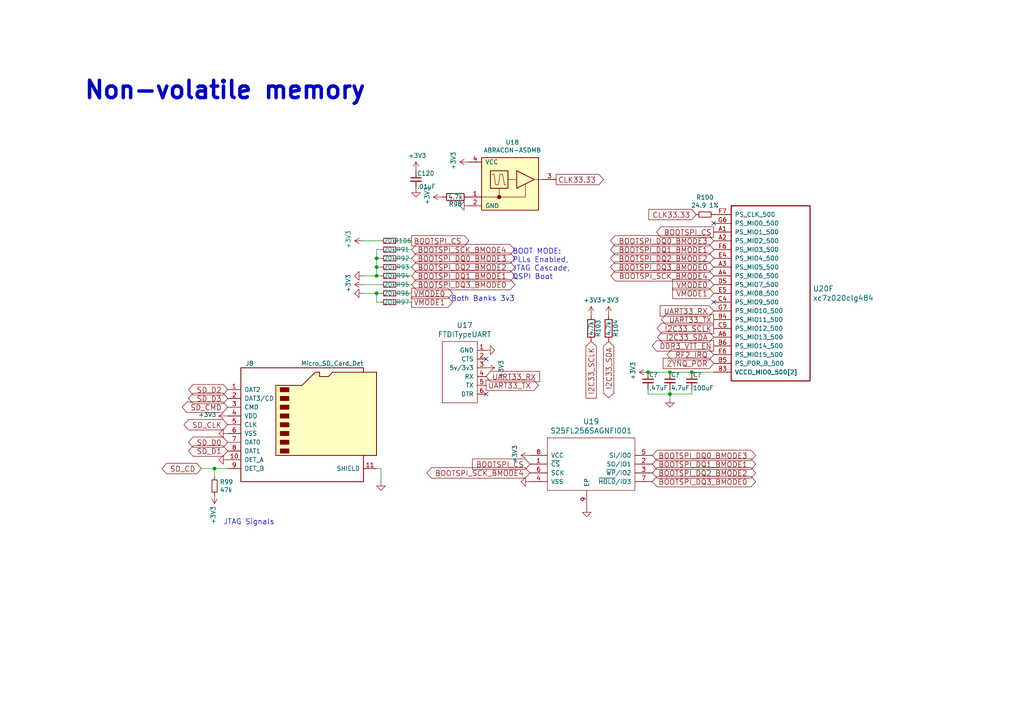
<source format=kicad_sch>
(kicad_sch (version 20230121) (generator eeschema)
  (paper "A4")
  (junction (at 109.22 85.09))
  (junction (at 109.22 74.93))
  (junction (at 200.66 107.95))
  (junction (at 194.31 107.95))
  (junction (at 109.22 80.01))
  (junction (at 194.31 114.3))
  (junction (at 62.23 135.89))
  (junction (at 187.96 107.95))
  (junction (at 109.22 77.47))
  (no_connect (at 140.97 104.14))
  (no_connect (at 207.01 64.77))
  (no_connect (at 207.01 87.63))
  (no_connect (at 140.97 114.3))
  (wire (pts (xy 109.22 80.01) (xy 110.49 80.01)))
  (wire (pts (xy 110.49 85.09) (xy 109.22 85.09)))
  (wire (pts (xy 115.57 69.85) (xy 119.38 69.85)))
  (wire (pts (xy 105.41 85.09) (xy 109.22 85.09)))
  (wire (pts (xy 109.22 72.39) (xy 109.22 74.93)))
  (wire (pts (xy 109.22 77.47) (xy 109.22 80.01)))
  (wire (pts (xy 194.31 114.3) (xy 194.31 115.57)))
  (wire (pts (xy 194.31 114.3) (xy 200.66 114.3)))
  (wire (pts (xy 110.49 87.63) (xy 109.22 87.63)))
  (wire (pts (xy 66.04 135.89) (xy 62.23 135.89)))
  (wire (pts (xy 119.38 72.39) (xy 115.57 72.39)))
  (wire (pts (xy 109.22 80.01) (xy 105.41 80.01)))
  (wire (pts (xy 194.31 107.95) (xy 200.66 107.95)))
  (wire (pts (xy 187.96 113.03) (xy 187.96 114.3)))
  (wire (pts (xy 119.38 77.47) (xy 115.57 77.47)))
  (wire (pts (xy 110.49 135.89) (xy 110.49 139.7)))
  (wire (pts (xy 110.49 77.47) (xy 109.22 77.47)))
  (wire (pts (xy 62.23 138.43) (xy 62.23 135.89)))
  (wire (pts (xy 187.96 107.95) (xy 194.31 107.95)))
  (wire (pts (xy 119.38 74.93) (xy 115.57 74.93)))
  (wire (pts (xy 200.66 114.3) (xy 200.66 113.03)))
  (wire (pts (xy 207.01 107.95) (xy 200.66 107.95)))
  (wire (pts (xy 119.38 87.63) (xy 115.57 87.63)))
  (wire (pts (xy 110.49 74.93) (xy 109.22 74.93)))
  (wire (pts (xy 187.96 114.3) (xy 194.31 114.3)))
  (wire (pts (xy 109.22 87.63) (xy 109.22 85.09)))
  (wire (pts (xy 119.38 85.09) (xy 115.57 85.09)))
  (wire (pts (xy 119.38 82.55) (xy 115.57 82.55)))
  (wire (pts (xy 110.49 72.39) (xy 109.22 72.39)))
  (wire (pts (xy 110.49 69.85) (xy 105.41 69.85)))
  (wire (pts (xy 62.23 135.89) (xy 58.42 135.89)))
  (wire (pts (xy 109.22 135.89) (xy 110.49 135.89)))
  (wire (pts (xy 194.31 114.3) (xy 194.31 113.03)))
  (wire (pts (xy 119.38 80.01) (xy 115.57 80.01)))
  (wire (pts (xy 105.41 82.55) (xy 110.49 82.55)))
  (wire (pts (xy 109.22 74.93) (xy 109.22 77.47)))
  (text "Non-volatile memory" (at 24.13 29.21 0) (effects (font (size 5.0038 5.0038) (thickness 1.0008) bold) (justify left bottom)))
  (text "BOOT MODE:\nPLLs Enabled, \nJTAG Cascade,\nQSPI Boot" (at 148.59 81.28 0) (effects (font (size 1.524 1.524)) (justify left bottom)))
  (text "Both Banks 3v3" (at 130.81 87.63 0) (effects (font (size 1.524 1.524)) (justify left bottom)))
  (text "JTAG Signals" (at 64.77 152.4 0) (effects (font (size 1.524 1.524)) (justify left bottom)))
  (global_label "BOOTSPI_DQ3_BMODE0" (shape bidirectional) (at 119.38 82.55 0) (effects (font (size 1.524 1.524))) (property "Intersheetrefs" "${INTERSHEET_REFS}" (effects hide)))
  (global_label "DDR3_VTT_EN" (shape output) (at 207.01 100.33 180) (effects (font (size 1.524 1.524))) (property "Intersheetrefs" "${INTERSHEET_REFS}" (effects hide)))
  (global_label "CLK33.33" (shape input) (at 201.93 62.23 180) (effects (font (size 1.524 1.524))) (property "Intersheetrefs" "${INTERSHEET_REFS}" (effects hide)))
  (global_label "BOOTSPI_SCK_BMODE4" (shape bidirectional) (at 207.01 80.01 180) (effects (font (size 1.524 1.524))) (property "Intersheetrefs" "${INTERSHEET_REFS}" (effects hide)))
  (global_label "BOOTSPI_DQ1_BMODE1" (shape bidirectional) (at 207.01 72.39 180) (effects (font (size 1.524 1.524))) (property "Intersheetrefs" "${INTERSHEET_REFS}" (effects hide)))
  (global_label "UART33_TX" (shape output) (at 207.01 92.71 180) (effects (font (size 1.524 1.524))) (property "Intersheetrefs" "${INTERSHEET_REFS}" (effects hide)))
  (global_label "I2C33_SDA" (shape bidirectional) (at 207.01 97.79 180) (effects (font (size 1.524 1.524))) (property "Intersheetrefs" "${INTERSHEET_REFS}" (effects hide)))
  (global_label "VMODE0" (shape output) (at 119.38 85.09 0) (effects (font (size 1.524 1.524))) (property "Intersheetrefs" "${INTERSHEET_REFS}" (effects hide)))
  (global_label "SD_D2" (shape bidirectional) (at 66.04 113.03 180) (effects (font (size 1.524 1.524))) (property "Intersheetrefs" "${INTERSHEET_REFS}" (effects hide)))
  (global_label "BOOTSPI_DQ0_BMODE3" (shape bidirectional) (at 207.01 69.85 180) (effects (font (size 1.524 1.524))) (property "Intersheetrefs" "${INTERSHEET_REFS}" (effects hide)))
  (global_label "BOOTSPI_CS" (shape output) (at 119.38 69.85 0) (effects (font (size 1.524 1.524))) (property "Intersheetrefs" "${INTERSHEET_REFS}" (effects hide)))
  (global_label "BOOTSPI_CS" (shape output) (at 207.01 67.31 180) (effects (font (size 1.524 1.524))) (property "Intersheetrefs" "${INTERSHEET_REFS}" (effects hide)))
  (global_label "CLK33.33" (shape output) (at 161.29 52.07 0) (effects (font (size 1.524 1.524))) (property "Intersheetrefs" "${INTERSHEET_REFS}" (effects hide)))
  (global_label "BOOTSPI_CS" (shape input) (at 153.67 134.62 180) (effects (font (size 1.524 1.524))) (property "Intersheetrefs" "${INTERSHEET_REFS}" (effects hide)))
  (global_label "BOOTSPI_DQ2_BMODE2" (shape bidirectional) (at 189.23 137.16 0) (effects (font (size 1.524 1.524))) (property "Intersheetrefs" "${INTERSHEET_REFS}" (effects hide)))
  (global_label "BOOTSPI_DQ1_BMODE1" (shape bidirectional) (at 119.38 80.01 0) (effects (font (size 1.524 1.524))) (property "Intersheetrefs" "${INTERSHEET_REFS}" (effects hide)))
  (global_label "BOOTSPI_DQ3_BMODE0" (shape bidirectional) (at 189.23 139.7 0) (effects (font (size 1.524 1.524))) (property "Intersheetrefs" "${INTERSHEET_REFS}" (effects hide)))
  (global_label "ZYNQ_POR" (shape input) (at 207.01 105.41 180) (effects (font (size 1.524 1.524))) (property "Intersheetrefs" "${INTERSHEET_REFS}" (effects hide)))
  (global_label "RF2_IRQ" (shape bidirectional) (at 207.01 102.87 180) (effects (font (size 1.524 1.524))) (property "Intersheetrefs" "${INTERSHEET_REFS}" (effects hide)))
  (global_label "VMODE1" (shape input) (at 207.01 85.09 180) (effects (font (size 1.524 1.524))) (property "Intersheetrefs" "${INTERSHEET_REFS}" (effects hide)))
  (global_label "BOOTSPI_DQ2_BMODE2" (shape bidirectional) (at 119.38 77.47 0) (effects (font (size 1.524 1.524))) (property "Intersheetrefs" "${INTERSHEET_REFS}" (effects hide)))
  (global_label "SD_D0" (shape bidirectional) (at 66.04 128.27 180) (effects (font (size 1.524 1.524))) (property "Intersheetrefs" "${INTERSHEET_REFS}" (effects hide)))
  (global_label "BOOTSPI_DQ1_BMODE1" (shape bidirectional) (at 189.23 134.62 0) (effects (font (size 1.524 1.524))) (property "Intersheetrefs" "${INTERSHEET_REFS}" (effects hide)))
  (global_label "UART33_TX" (shape output) (at 140.97 111.76 0) (effects (font (size 1.524 1.524))) (property "Intersheetrefs" "${INTERSHEET_REFS}" (effects hide)))
  (global_label "BOOTSPI_SCK_BMODE4" (shape bidirectional) (at 153.67 137.16 180) (effects (font (size 1.524 1.524))) (property "Intersheetrefs" "${INTERSHEET_REFS}" (effects hide)))
  (global_label "SD_D1" (shape bidirectional) (at 66.04 130.81 180) (effects (font (size 1.524 1.524))) (property "Intersheetrefs" "${INTERSHEET_REFS}" (effects hide)))
  (global_label "SD_CMD" (shape bidirectional) (at 66.04 118.11 180) (effects (font (size 1.524 1.524))) (property "Intersheetrefs" "${INTERSHEET_REFS}" (effects hide)))
  (global_label "I2C33_SCLK" (shape output) (at 207.01 95.25 180) (effects (font (size 1.524 1.524))) (property "Intersheetrefs" "${INTERSHEET_REFS}" (effects hide)))
  (global_label "VMODE1" (shape output) (at 119.38 87.63 0) (effects (font (size 1.524 1.524))) (property "Intersheetrefs" "${INTERSHEET_REFS}" (effects hide)))
  (global_label "VMODE0" (shape input) (at 207.01 82.55 180) (effects (font (size 1.524 1.524))) (property "Intersheetrefs" "${INTERSHEET_REFS}" (effects hide)))
  (global_label "UART33_RX" (shape input) (at 140.97 109.22 0) (effects (font (size 1.524 1.524))) (property "Intersheetrefs" "${INTERSHEET_REFS}" (effects hide)))
  (global_label "BOOTSPI_DQ0_BMODE3" (shape bidirectional) (at 119.38 74.93 0) (effects (font (size 1.524 1.524))) (property "Intersheetrefs" "${INTERSHEET_REFS}" (effects hide)))
  (global_label "BOOTSPI_DQ0_BMODE3" (shape bidirectional) (at 189.23 132.08 0) (effects (font (size 1.524 1.524))) (property "Intersheetrefs" "${INTERSHEET_REFS}" (effects hide)))
  (global_label "BOOTSPI_DQ2_BMODE2" (shape bidirectional) (at 207.01 74.93 180) (effects (font (size 1.524 1.524))) (property "Intersheetrefs" "${INTERSHEET_REFS}" (effects hide)))
  (global_label "BOOTSPI_SCK_BMODE4" (shape bidirectional) (at 119.38 72.39 0) (effects (font (size 1.524 1.524))) (property "Intersheetrefs" "${INTERSHEET_REFS}" (effects hide)))
  (global_label "I2C33_SCLK" (shape input) (at 171.45 99.06 270) (effects (font (size 1.524 1.524))) (property "Intersheetrefs" "${INTERSHEET_REFS}" (effects hide)))
  (global_label "UART33_RX" (shape input) (at 207.01 90.17 180) (effects (font (size 1.524 1.524))) (property "Intersheetrefs" "${INTERSHEET_REFS}" (effects hide)))
  (global_label "SD_D3" (shape bidirectional) (at 66.04 115.57 180) (effects (font (size 1.524 1.524))) (property "Intersheetrefs" "${INTERSHEET_REFS}" (effects hide)))
  (global_label "BOOTSPI_DQ3_BMODE0" (shape bidirectional) (at 207.01 77.47 180) (effects (font (size 1.524 1.524))) (property "Intersheetrefs" "${INTERSHEET_REFS}" (effects hide)))
  (global_label "I2C33_SDA" (shape bidirectional) (at 176.53 99.06 270) (effects (font (size 1.524 1.524))) (property "Intersheetrefs" "${INTERSHEET_REFS}" (effects hide)))
  (global_label "SD_CD" (shape bidirectional) (at 58.42 135.89 180) (effects (font (size 1.524 1.524))) (property "Intersheetrefs" "${INTERSHEET_REFS}" (effects hide)))
  (global_label "SD_CLK" (shape bidirectional) (at 66.04 123.19 180) (effects (font (size 1.524 1.524))) (property "Intersheetrefs" "${INTERSHEET_REFS}" (effects hide)))
  (symbol (lib_id "DFTBoard-rescue:Micro_SD_Card_Det-") (at 88.9 123.19 0) (unit 1)
    (property "Reference" "J8" (at 72.39 105.41 0))
    (property "Value" "Micro_SD_Card_Det" (at 105.41 105.41 0) (effects (justify right)))
    (property "Footprint" "DFTcustom:AMPHENOL-114-00841-68" (effects hide))
    (property "MFR" "Amphenol ICC" (effects hide))
    (property "MPN" "114-00841-68" (effects hide))
    (property "SPR" "Digikey" (effects hide))
    (property "SPN" "114-00841-68-1-ND" (effects hide))
    (property "SPURL" "-" (effects hide))
    (instances (project "DFTBoard" (path "" (reference "J8") (unit 1)) (path "" (reference "J?") (unit 1))))
  )
  (symbol (lib_id "power:GND") (at 66.04 125.73 270) (unit 1)
    (property "Reference" "#PWR0202" (effects hide))
    (property "Value" "GND" (effects hide))
    (instances (project "DFTBoard" (path "" (reference "#PWR0202") (unit 1)) (path "" (reference "#PWR?") (unit 1))))
  )
  (symbol (lib_id "power:GND") (at 110.49 139.7 0) (unit 1)
    (property "Reference" "#PWR0206" (effects hide))
    (property "Value" "GND" (effects hide))
    (instances (project "DFTBoard" (path "" (reference "#PWR0206") (unit 1)) (path "" (reference "#PWR?") (unit 1))))
  )
  (symbol (lib_id "power:GND") (at 66.04 133.35 270) (unit 1)
    (property "Reference" "#PWR0203" (effects hide))
    (property "Value" "GND" (effects hide))
    (instances (project "DFTBoard" (path "" (reference "#PWR0203") (unit 1)) (path "" (reference "#PWR?") (unit 1))))
  )
  (symbol (lib_id "power:+3V3") (at 66.04 120.65 90) (unit 1)
    (property "Reference" "#PWR0201" (effects hide))
    (property "Value" "+3.3V" (at 62.7888 120.269 90) (effects (justify left)))
    (instances (project "DFTBoard" (path "" (reference "#PWR0201") (unit 1)) (path "" (reference "#PWR?") (unit 1))))
  )
  (symbol (lib_id "Device:C_Small") (at 200.66 110.49 0) (unit 1)
    (property "Reference" "C?" (at 200.914 108.712 0) (effects (justify left)))
    (property "Value" "100uF" (at 200.914 112.522 0) (effects (justify left)))
    (property "Footprint" "Capacitor_SMD:C_1210_3225Metric" (effects hide))
    (property "MFR" "TAIYO YUDEN" (effects hide))
    (property "MPN" "JMK325ABJ107MM-P" (effects hide))
    (property "SPR" "Digikey" (effects hide))
    (property "SPN" "587-4313-1-ND" (effects hide))
    (instances (project "DFTBoard" (path "" (reference "C?") (unit 1)) (path "" (reference "C?") (unit 1)) (path "" (reference "C123") (unit 1))))
  )
  (symbol (lib_id "Device:C_Small") (at 187.96 110.49 0) (unit 1)
    (property "Reference" "C?" (at 188.214 108.712 0) (effects (justify left)))
    (property "Value" ".47uF" (at 188.214 112.522 0) (effects (justify left)))
    (property "Footprint" "Capacitor_SMD:C_0402_1005Metric" (effects hide))
    (property "MFR" "Yageo" (effects hide))
    (property "MPN" "CC0402KRX5R5BB474" (effects hide))
    (property "SPR" "Digikey" (effects hide))
    (property "SPN" "311-1684-1-ND" (effects hide))
    (instances (project "DFTBoard" (path "" (reference "C?") (unit 1)) (path "" (reference "C?") (unit 1)) (path "" (reference "C121") (unit 1))))
  )
  (symbol (lib_id "Device:C_Small") (at 194.31 110.49 0) (unit 1)
    (property "Reference" "C?" (at 194.564 108.712 0) (effects (justify left)))
    (property "Value" "4.7uF" (at 194.564 112.522 0) (effects (justify left)))
    (property "Footprint" "Capacitor_SMD:C_0402_1005Metric" (effects hide))
    (property "MFR" "Murata" (effects hide))
    (property "MPN" "GRM155R60G475ME47D" (effects hide))
    (property "SPR" "Digikey" (effects hide))
    (property "SPN" "490-11980-1-ND" (effects hide))
    (instances (project "DFTBoard" (path "" (reference "C?") (unit 1)) (path "" (reference "C?") (unit 1)) (path "" (reference "C122") (unit 1))))
  )
  (symbol (lib_id "power:GND") (at 194.31 115.57 0) (unit 1)
    (property "Reference" "#PWR?" (effects hide))
    (property "Value" "GND" (effects hide))
    (instances (project "DFTBoard" (path "" (reference "#PWR?") (unit 1)) (path "" (reference "#PWR?") (unit 1)) (path "" (reference "#PWR0205") (unit 1))))
  )
  (symbol (lib_id "power:+3V3") (at 187.96 107.95 90) (unit 1)
    (property "Reference" "#PWR0204" (effects hide))
    (property "Value" "+3.3V" (at 183.5658 107.569 0))
    (instances (project "DFTBoard" (path "" (reference "#PWR0204") (unit 1)) (path "" (reference "#PWR?") (unit 1))))
  )
  (symbol (lib_id "Device:R_Small") (at 62.23 140.97 180) (unit 1)
    (property "Reference" "R99" (at 63.7286 139.8016 0) (effects (justify right)))
    (property "Value" "47k" (at 63.7286 142.113 0) (effects (justify right)))
    (property "Footprint" "Resistor_SMD:R_0402_1005Metric" (effects hide))
    (property "MFR" "Yageo" (effects hide))
    (property "MPN" "RC0402FR-0747KL" (effects hide))
    (property "SPR" "Digikey" (effects hide))
    (property "SPN" "311-47.0KLRTR-ND" (effects hide))
    (property "SPURL" "-" (effects hide))
    (instances (project "DFTBoard" (path "" (reference "R99") (unit 1)) (path "" (reference "R?") (unit 1))))
  )
  (symbol (lib_id "power:+3V3") (at 62.23 143.51 180) (unit 1)
    (property "Reference" "#PWR0200" (effects hide))
    (property "Value" "+3.3V" (at 61.849 146.7612 90) (effects (justify left)))
    (instances (project "DFTBoard" (path "" (reference "#PWR0200") (unit 1)) (path "" (reference "#PWR?") (unit 1))))
  )
  (symbol (lib_id "Device:R_Small") (at 113.03 85.09 270) (unit 1)
    (property "Reference" "R96" (at 116.84 85.09 90))
    (property "Value" "20k" (at 113.03 85.09 90))
    (property "Footprint" "Resistor_SMD:R_0402_1005Metric" (effects hide))
    (property "MFR" "Yageo" (effects hide))
    (property "MPN" "RT0402BRD0720KL" (effects hide))
    (property "SPR" "Digikey" (effects hide))
    (property "SPN" "YAG1388CT-ND" (effects hide))
    (property "SPURL" "-" (effects hide))
    (instances (project "DFTBoard" (path "" (reference "R96") (unit 1)) (path "" (reference "R?") (unit 1))))
  )
  (symbol (lib_id "Device:R_Small") (at 113.03 87.63 270) (unit 1)
    (property "Reference" "R97" (at 116.84 87.63 90))
    (property "Value" "20k" (at 113.03 87.63 90))
    (property "Footprint" "Resistor_SMD:R_0402_1005Metric" (effects hide))
    (property "MFR" "Yageo" (effects hide))
    (property "MPN" "RT0402BRD0720KL" (effects hide))
    (property "SPR" "Digikey" (effects hide))
    (property "SPN" "YAG1388CT-ND" (effects hide))
    (property "SPURL" "-" (effects hide))
    (instances (project "DFTBoard" (path "" (reference "R97") (unit 1)) (path "" (reference "R?") (unit 1))))
  )
  (symbol (lib_id "power:GND") (at 105.41 85.09 270) (unit 1)
    (property "Reference" "#PWR0190" (effects hide))
    (property "Value" "GND" (effects hide))
    (instances (project "DFTBoard" (path "" (reference "#PWR0190") (unit 1)) (path "" (reference "#PWR?") (unit 1))))
  )
  (symbol (lib_id "Device:R_Small") (at 113.03 82.55 270) (unit 1)
    (property "Reference" "R95" (at 116.84 82.55 90))
    (property "Value" "20k" (at 113.03 82.55 90))
    (property "Footprint" "Resistor_SMD:R_0402_1005Metric" (effects hide))
    (property "MFR" "Yageo" (effects hide))
    (property "MPN" "RT0402BRD0720KL" (effects hide))
    (property "SPR" "Digikey" (effects hide))
    (property "SPN" "YAG1388CT-ND" (effects hide))
    (property "SPURL" "-" (effects hide))
    (instances (project "DFTBoard" (path "" (reference "R95") (unit 1)) (path "" (reference "R?") (unit 1))))
  )
  (symbol (lib_id "Device:R_Small") (at 113.03 72.39 270) (unit 1)
    (property "Reference" "R91" (at 116.84 72.39 90))
    (property "Value" "20k" (at 113.03 72.39 90))
    (property "Footprint" "Resistor_SMD:R_0402_1005Metric" (effects hide))
    (property "MFR" "Yageo" (effects hide))
    (property "MPN" "RT0402BRD0720KL" (effects hide))
    (property "SPR" "Digikey" (effects hide))
    (property "SPN" "YAG1388CT-ND" (effects hide))
    (property "SPURL" "-" (effects hide))
    (instances (project "DFTBoard" (path "" (reference "R91") (unit 1)) (path "" (reference "R?") (unit 1))))
  )
  (symbol (lib_id "Device:R_Small") (at 113.03 74.93 270) (unit 1)
    (property "Reference" "R92" (at 116.84 74.93 90))
    (property "Value" "20k" (at 113.03 74.93 90))
    (property "Footprint" "Resistor_SMD:R_0402_1005Metric" (effects hide))
    (property "MFR" "Yageo" (effects hide))
    (property "MPN" "RT0402BRD0720KL" (effects hide))
    (property "SPR" "Digikey" (effects hide))
    (property "SPN" "YAG1388CT-ND" (effects hide))
    (property "SPURL" "-" (effects hide))
    (instances (project "DFTBoard" (path "" (reference "R92") (unit 1)) (path "" (reference "R?") (unit 1))))
  )
  (symbol (lib_id "Device:R_Small") (at 113.03 77.47 270) (unit 1)
    (property "Reference" "R93" (at 116.84 77.47 90))
    (property "Value" "20k" (at 113.03 77.47 90))
    (property "Footprint" "Resistor_SMD:R_0402_1005Metric" (effects hide))
    (property "MFR" "Yageo" (effects hide))
    (property "MPN" "RT0402BRD0720KL" (effects hide))
    (property "SPR" "Digikey" (effects hide))
    (property "SPN" "YAG1388CT-ND" (effects hide))
    (property "SPURL" "-" (effects hide))
    (instances (project "DFTBoard" (path "" (reference "R93") (unit 1)) (path "" (reference "R?") (unit 1))))
  )
  (symbol (lib_id "Device:R_Small") (at 113.03 80.01 270) (unit 1)
    (property "Reference" "R94" (at 116.84 80.01 90))
    (property "Value" "20k" (at 113.03 80.01 90))
    (property "Footprint" "Resistor_SMD:R_0402_1005Metric" (effects hide))
    (property "MFR" "Yageo" (effects hide))
    (property "MPN" "RT0402BRD0720KL" (effects hide))
    (property "SPR" "Digikey" (effects hide))
    (property "SPN" "YAG1388CT-ND" (effects hide))
    (property "SPURL" "-" (effects hide))
    (instances (project "DFTBoard" (path "" (reference "R94") (unit 1)) (path "" (reference "R?") (unit 1))))
  )
  (symbol (lib_id "power:+3V3") (at 105.41 82.55 90) (unit 1)
    (property "Reference" "#PWR0189" (effects hide))
    (property "Value" "+3.3V" (at 101.0158 82.169 0))
    (instances (project "DFTBoard" (path "" (reference "#PWR0189") (unit 1)) (path "" (reference "#PWR?") (unit 1))))
  )
  (symbol (lib_id "DFTBoard-rescue:S25FL256SAGNFI001-parts") (at 171.45 134.62 0) (unit 1)
    (property "Reference" "U19" (at 171.45 122.2502 0) (effects (font (size 1.524 1.524))))
    (property "Value" "S25FL256SAGNFI001" (at 171.45 124.9426 0) (effects (font (size 1.524 1.524))))
    (property "Footprint" "footprints:Cypress-002-18827-0-0-0" (effects hide))
    (property "MFR" "Cypress" (effects hide))
    (property "MPN" "S25FL256SAGNFI001" (effects hide))
    (property "SPR" "Digikey" (effects hide))
    (property "SPN" "1274-1005-ND" (effects hide))
    (property "SPURL" "-" (effects hide))
    (instances (project "DFTBoard" (path "" (reference "U19") (unit 1)) (path "" (reference "U?") (unit 1))))
  )
  (symbol (lib_id "power:+3V3") (at 153.67 132.08 90) (unit 1)
    (property "Reference" "#PWR0198" (effects hide))
    (property "Value" "+3.3V" (at 149.2758 131.699 0))
    (instances (project "DFTBoard" (path "" (reference "#PWR0198") (unit 1)) (path "" (reference "#PWR?") (unit 1))))
  )
  (symbol (lib_id "power:GND") (at 153.67 139.7 270) (unit 1)
    (property "Reference" "#PWR0199" (effects hide))
    (property "Value" "GND" (effects hide))
    (instances (project "DFTBoard" (path "" (reference "#PWR0199") (unit 1)) (path "" (reference "#PWR?") (unit 1))))
  )
  (symbol (lib_id "Abracon:ABRACON-ASDMB") (at 148.59 52.07 0) (unit 1)
    (property "Reference" "U18" (at 148.59 41.275 0))
    (property "Value" "ABRACON-ASDMB" (at 148.59 43.5864 0))
    (property "Footprint" "XTAL_ASDMB-24.000MHZ-LC-T:XTAL_ASDMB-24.000MHZ-LC-T" (effects hide))
    (property "Datasheet" "http://www.abracon.com/Oscillators/ASDMB.pdf" (effects hide))
    (property "Manuf" "Abracon" (effects hide))
    (property "MPN" "ASDMB-24.000MHZ-LC-T" (effects hide))
    (property "MFR" "Abracon LLC" (effects hide))
    (property "SPR" "Digikey" (effects hide))
    (property "SPN" "535-11728-1-ND" (effects hide))
    (property "SPURL" "-" (effects hide))
  )
  (symbol (lib_id "power:GND") (at 135.89 59.69 270) (unit 1)
    (property "Reference" "#PWR?" (effects hide))
    (property "Value" "GND" (effects hide))
    (instances (project "DFTBoard" (path "" (reference "#PWR?") (unit 1)) (path "" (reference "#PWR?") (unit 1)) (path "" (reference "#PWR0195") (unit 1))))
  )
  (symbol (lib_id "power:+3V3") (at 135.89 46.99 90) (unit 1)
    (property "Reference" "#PWR0194" (effects hide))
    (property "Value" "+3.3V" (at 131.4958 46.609 0))
    (instances (project "DFTBoard" (path "" (reference "#PWR0194") (unit 1)) (path "" (reference "#PWR?") (unit 1))))
  )
  (symbol (lib_id "Device:C_Small") (at 120.65 52.07 0) (unit 1)
    (property "Reference" "C120" (at 120.904 50.292 0) (effects (justify left)))
    (property "Value" ".01uF" (at 120.904 54.102 0) (effects (justify left)))
    (property "Footprint" "Capacitor_SMD:C_0402_1005Metric" (effects hide))
    (property "MFR" "Murata" (effects hide))
    (property "SPR" "Digikey" (effects hide))
    (property "MPN" "GRM155R71H103KA88J" (effects hide))
    (property "SPN" "490-6351-1-ND" (effects hide))
    (property "SPURL" "-" (effects hide))
    (instances (project "DFTBoard" (path "" (reference "C120") (unit 1)) (path "" (reference "C?") (unit 1))))
  )
  (symbol (lib_id "power:+3V3") (at 120.65 49.53 0) (unit 1)
    (property "Reference" "#PWR0191" (effects hide))
    (property "Value" "+3.3V" (at 121.031 45.1358 0))
    (instances (project "DFTBoard" (path "" (reference "#PWR0191") (unit 1)) (path "" (reference "#PWR?") (unit 1))))
  )
  (symbol (lib_id "power:GND") (at 120.65 54.61 0) (unit 1)
    (property "Reference" "#PWR?" (effects hide))
    (property "Value" "GND" (effects hide))
    (instances (project "DFTBoard" (path "" (reference "#PWR?") (unit 1)) (path "" (reference "#PWR?") (unit 1)) (path "" (reference "#PWR0192") (unit 1))))
  )
  (symbol (lib_id "Device:R_Small") (at 204.47 62.23 270) (unit 1)
    (property "Reference" "R100" (at 204.47 57.2516 90))
    (property "Value" "24.9 1%" (at 204.47 59.563 90))
    (property "Footprint" "Resistor_SMD:R_0402_1005Metric" (effects hide))
    (property "MFR" "Yageo" (effects hide))
    (property "MPN" "RC0402FR-0724K9L" (effects hide))
    (property "SPR" "Digikey" (effects hide))
    (property "SPN" "311-24.9KLRTR-ND" (effects hide))
    (property "SPURL" "-" (effects hide))
  )
  (symbol (lib_id "Device:R") (at 132.08 57.15 270) (unit 1)
    (property "Reference" "R98" (at 132.08 59.182 90))
    (property "Value" "4.7k" (at 132.08 57.15 90))
    (property "Footprint" "Resistor_SMD:R_0402_1005Metric" (effects hide))
    (property "MFR" "Yageo" (effects hide))
    (property "MPN" "RC0402JR-074K7L" (effects hide))
    (property "SPR" "Digikey" (effects hide))
    (property "SPN" "311-4.7KJRCT-ND" (effects hide))
    (instances (project "DFTBoard" (path "" (reference "R98") (unit 1)) (path "" (reference "R?") (unit 1))))
  )
  (symbol (lib_id "power:+3V3") (at 128.27 57.15 90) (unit 1)
    (property "Reference" "#PWR0193" (effects hide))
    (property "Value" "+3.3V" (at 123.8758 56.769 0))
    (instances (project "DFTBoard" (path "" (reference "#PWR0193") (unit 1)) (path "" (reference "#PWR?") (unit 1))))
  )
  (symbol (lib_id "DFTCustom:FTDITypeUART") (at 133.35 109.22 0) (unit 1)
    (property "Reference" "U17" (at 134.7724 94.3102 0) (effects (font (size 1.524 1.524))))
    (property "Value" "FTDITypeUART" (at 134.7724 97.0026 0) (effects (font (size 1.524 1.524))))
    (property "Footprint" "DFTcustom:FTDI_CONN" (effects hide))
    (property "MFR" "DNS" (effects hide))
    (property "MPN" "-" (effects hide))
    (property "SPR" "-" (effects hide))
    (property "SPN" "-" (effects hide))
    (property "SPURL" "-" (effects hide))
  )
  (symbol (lib_id "power:GND") (at 140.97 101.6 90) (unit 1)
    (property "Reference" "#PWR?" (effects hide))
    (property "Value" "GND" (effects hide))
    (instances (project "DFTBoard" (path "" (reference "#PWR?") (unit 1)) (path "" (reference "#PWR?") (unit 1)) (path "" (reference "#PWR0196") (unit 1))))
  )
  (symbol (lib_id "power:+3V3") (at 140.97 106.68 270) (unit 1)
    (property "Reference" "#PWR0197" (effects hide))
    (property "Value" "+3.3V" (at 145.3642 107.061 0))
    (instances (project "DFTBoard" (path "" (reference "#PWR0197") (unit 1)) (path "" (reference "#PWR?") (unit 1))))
  )
  (symbol (lib_id "xilinx7:xc7z020clg484") (at 207.01 62.23 0) (unit 6)
    (property "Reference" "U20" (at 235.7374 83.7438 0) (effects (font (size 1.524 1.524)) (justify left)))
    (property "Value" "xc7z020clg484" (at 235.7374 86.4362 0) (effects (font (size 1.524 1.524)) (justify left)))
    (property "Footprint" "DFTcustom:BGA-484_19.0x19.0mm_Layout22x22_P0.80mm_dia0.40mm" (effects hide))
    (property "MFR" "Xilinx" (effects hide))
    (property "MPN" "XC7Z020-1CLG484C" (effects hide))
    (property "SPR" "Digikey" (effects hide))
    (property "SPN" "122-1850-ND" (effects hide))
    (property "SPURL" "-" (effects hide))
  )
  (symbol (lib_id "Device:R") (at 171.45 95.25 0) (unit 1)
    (property "Reference" "R103" (at 173.482 95.25 90))
    (property "Value" "4.7k" (at 171.45 95.25 90))
    (property "Footprint" "Resistor_SMD:R_0402_1005Metric" (effects hide))
    (property "MFR" "Yageo" (effects hide))
    (property "MPN" "RC0402JR-074K7L" (effects hide))
    (property "SPR" "Digikey" (effects hide))
    (property "SPN" "311-4.7KJRCT-ND" (effects hide))
    (instances (project "DFTBoard" (path "" (reference "R103") (unit 1)) (path "" (reference "R?") (unit 1)) (path "" (reference "R?") (unit 1)) (path "" (reference "R?") (unit 1))))
  )
  (symbol (lib_id "Device:R") (at 176.53 95.25 0) (unit 1)
    (property "Reference" "R104" (at 178.562 95.25 90))
    (property "Value" "4.7k" (at 176.53 95.25 90))
    (property "Footprint" "Resistor_SMD:R_0402_1005Metric" (effects hide))
    (property "MFR" "Yageo" (effects hide))
    (property "MPN" "RC0402JR-074K7L" (effects hide))
    (property "SPR" "Digikey" (effects hide))
    (property "SPN" "311-4.7KJRCT-ND" (effects hide))
    (instances (project "DFTBoard" (path "" (reference "R104") (unit 1)) (path "" (reference "R?") (unit 1)) (path "" (reference "R?") (unit 1)) (path "" (reference "R?") (unit 1))))
  )
  (symbol (lib_id "power:+3V3") (at 171.45 91.44 0) (unit 1)
    (property "Reference" "#PWR0230" (effects hide))
    (property "Value" "+3.3V" (at 171.831 87.0458 0))
    (instances (project "DFTBoard" (path "" (reference "#PWR0230") (unit 1)) (path "" (reference "#PWR?") (unit 1))))
  )
  (symbol (lib_id "power:+3V3") (at 176.53 91.44 0) (unit 1)
    (property "Reference" "#PWR0231" (effects hide))
    (property "Value" "+3.3V" (at 176.911 87.0458 0))
    (instances (project "DFTBoard" (path "" (reference "#PWR0231") (unit 1)) (path "" (reference "#PWR?") (unit 1))))
  )
  (symbol (lib_id "power:GND") (at 105.41 80.01 270) (unit 1)
    (property "Reference" "#PWR0343" (effects hide))
    (property "Value" "GND" (effects hide))
    (instances (project "DFTBoard" (path "" (reference "#PWR0343") (unit 1)) (path "" (reference "#PWR?") (unit 1))))
  )
  (symbol (lib_id "Device:R_Small") (at 113.03 69.85 270) (unit 1)
    (property "Reference" "R106" (at 116.84 69.85 90))
    (property "Value" "20k" (at 113.03 69.85 90))
    (property "Footprint" "Resistor_SMD:R_0402_1005Metric" (effects hide))
    (property "MFR" "Yageo" (effects hide))
    (property "MPN" "RT0402BRD0720KL" (effects hide))
    (property "SPR" "Digikey" (effects hide))
    (property "SPN" "YAG1388CT-ND" (effects hide))
    (property "SPURL" "-" (effects hide))
    (instances (project "DFTBoard" (path "" (reference "R106") (unit 1)) (path "" (reference "R?") (unit 1))))
  )
  (symbol (lib_id "power:+3V3") (at 105.41 69.85 90) (unit 1)
    (property "Reference" "#PWR0356" (effects hide))
    (property "Value" "+3.3V" (at 101.0158 69.469 0))
    (instances (project "DFTBoard" (path "" (reference "#PWR0356") (unit 1)) (path "" (reference "#PWR?") (unit 1))))
  )
  (symbol (lib_id "power:GND") (at 170.18 147.32 0) (unit 1)
    (property "Reference" "#PWR?" (effects hide))
    (property "Value" "GND" (effects hide))
    (instances (project "DFTBoard" (path "" (reference "#PWR?") (unit 1)) (path "" (reference "#PWR?") (unit 1)) (path "" (reference "#PWR0357") (unit 1))))
  )
)
</source>
